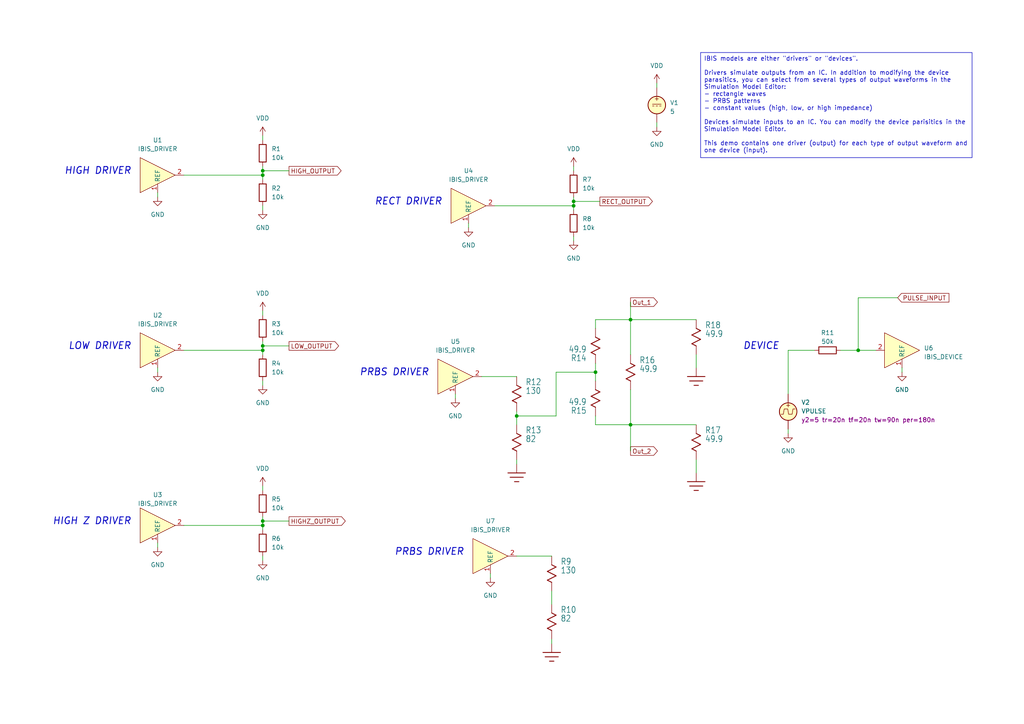
<source format=kicad_sch>
(kicad_sch (version 20231120) (generator "eeschema") (generator_version "8.0")
  (paper "A4")
  (title_block (title "KiCad IBIS Demo"))
  (lib_symbols
    (symbol "Device:R" (pin_numbers hide) (pin_names (offset 0))
      (property "Reference" "R" (at 2.032 0 90))
      (property "Value" "R" (at 0 0 90))
      (symbol "R_0_1"
        (rectangle (start -1.016 -2.54) (end 1.016 2.54) (stroke (width 0.254)))
      )
      (symbol "R_1_1"
        (pin passive line (at 0 3.81 270) (length 1.27) (name "~") (number "1"))
        (pin passive line (at 0 -3.81 90) (length 1.27) (name "~") (number "2"))
      )
    )
    (symbol "IBIS_DRIVER_1"
      (property "Reference" "U?" (at 0 8.89 0))
      (property "Value" "IBIS_DRIVER" (at 0 6.35 0))
      (symbol "IBIS_DRIVER_1_0_1"
        (polyline (pts (xy 5.08 0) (xy -5.08 5.08) (xy -5.08 -5.08) (xy 5.08 0)) (fill (type background)))
      )
      (symbol "IBIS_DRIVER_1_1_1"
        (pin power_in line (at 0 -5.08 90) (length 2.54) (name "REF") (number "1"))
        (pin bidirectional line (at 7.62 0 180) (length 2.54) (name "") (number "2"))
      )
    )
    (symbol "Simulation_SPICE:IBIS_DEVICE"
      (property "Reference" "U?" (at 6.35 0.635 0))
      (property "Value" "IBIS_DEVICE" (at 6.35 -1.905 0))
      (symbol "IBIS_DEVICE_0_1"
        (polyline (pts (xy 5.08 0) (xy -5.08 5.08) (xy -5.08 -5.08) (xy 5.08 0)) (fill (type background)))
      )
      (symbol "IBIS_DEVICE_1_1"
        (pin power_in line (at 0 -5.08 90) (length 2.54) (name "REF") (number "1"))
        (pin input line (at -7.62 0 0) (length 2.54) (name "") (number "2"))
      )
    )
    (symbol "TDR1-eagle-import:GND" (power)
      (symbol "GND_1_0"
        (polyline (pts (xy -2.54 -2.54) (xy 2.54 -2.54)) (stroke (width 0.254)))
        (polyline (pts (xy -1.905 -3.81) (xy 1.905 -3.81)) (stroke (width 0.254)))
        (polyline (pts (xy -0.635 -5.08) (xy 0.635 -5.08)) (stroke (width 0.254)))
        (pin power_in line (at 0 0 270) (length 2.54) (name "GND") (number "1"))
      )
    )
    (symbol "TDR1-eagle-import:R0603"
      (property "Reference" "R" (at 2.54 2.54 0))
      (symbol "R0603_1_0"
        (polyline (pts (xy -1.27 -1.905) (xy 0 -2.54)) (stroke (width 0.254)))
        (polyline (pts (xy -1.27 0.635) (xy 1.27 -0.635)) (stroke (width 0.254)))
        (polyline (pts (xy 0 2.54) (xy 1.27 1.905)) (stroke (width 0.254)))
        (polyline (pts (xy 1.27 -0.635) (xy -1.27 -1.905)) (stroke (width 0.254)))
        (polyline (pts (xy 1.27 1.905) (xy -1.27 0.635)) (stroke (width 0.254)))
        (pin bidirectional line (at 0 5.08 270) (length 2.54) (name "P$3") (number "P$1"))
        (pin bidirectional line (at 0 -5.08 90) (length 2.54) (name "P$4") (number "P$2"))
      )
    )
    (symbol "VDC_1" (pin_numbers hide) (pin_names (offset 0.0254))
      (property "Reference" "V" (at 2.54 2.54 0))
      (property "Value" "1" (at 2.54 0 0))
      (symbol "VDC_1_0_0"
        (polyline (pts (xy -1.27 0.254) (xy 1.27 0.254)))
        (polyline (pts (xy -0.762 -0.254) (xy -1.27 -0.254)))
        (polyline (pts (xy 0.254 -0.254) (xy -0.254 -0.254)))
        (polyline (pts (xy 1.27 -0.254) (xy 0.762 -0.254)))
        (text "+" (at 0 1.905 0) (effects (font (size 1.27 1.27))))
      )
      (symbol "VDC_1_0_1"
        (circle (center 0 0) (radius 2.54) (stroke (width 0.254)) (fill (type background)))
      )
      (symbol "VDC_1_1_1"
        (pin passive line (at 0 5.08 270) (length 2.54) (name "~") (number "1"))
        (pin passive line (at 0 -5.08 90) (length 2.54) (name "~") (number "2"))
      )
    )
    (symbol "VPULSE_1" (pin_numbers hide) (pin_names (offset 0.0254))
      (property "Reference" "V" (at 2.54 2.54 0))
      (property "Value" "VPULSE" (at 2.54 0 0))
      (property "Sim.Params" "y1=0 y2=1 td=2n tr=2n tf=2n tw=50n per=100n" (at 2.54 -2.54 0))
      (symbol "VPULSE_1_0_0"
        (polyline (pts (xy -2.032 -0.762) (xy -1.397 -0.762) (xy -1.143 0.762) (xy -0.127 0.762) (xy 0.127 -0.762) (xy 1.143 -0.762) (xy 1.397 0.762) (xy 2.032 0.762)))
        (text "+" (at 0 1.905 0) (effects (font (size 1.27 1.27))))
      )
      (symbol "VPULSE_1_0_1"
        (circle (center 0 0) (radius 2.54) (stroke (width 0.254)) (fill (type background)))
      )
      (symbol "VPULSE_1_1_1"
        (pin passive line (at 0 5.08 270) (length 2.54) (name "~") (number "1"))
        (pin passive line (at 0 -5.08 90) (length 2.54) (name "~") (number "2"))
      )
    )
    (symbol "power:GND" (power) (pin_names (offset 0))
      (property "Value" "GND" (at 0 -3.81 0))
      (symbol "GND_0_1"
        (polyline (pts (xy 0 0) (xy 0 -1.27) (xy 1.27 -1.27) (xy 0 -2.54) (xy -1.27 -1.27) (xy 0 -1.27)))
      )
      (symbol "GND_1_1"
        (pin power_in line (at 0 0 270) (length 0) hide (name "GND") (number "1"))
      )
    )
    (symbol "power:VDD" (power) (pin_names (offset 0))
      (property "Value" "VDD" (at 0 3.81 0))
      (symbol "VDD_0_1"
        (polyline (pts (xy -0.762 1.27) (xy 0 2.54)))
        (polyline (pts (xy 0 0) (xy 0 2.54)))
        (polyline (pts (xy 0 2.54) (xy 0.762 1.27)))
      )
      (symbol "VDD_1_1"
        (pin power_in line (at 0 0 90) (length 0) hide (name "VDD") (number "1"))
      )
    )
  )
  (junction (at 76.2 151.13))
  (junction (at 182.88 92.71))
  (junction (at 166.37 58.42))
  (junction (at 172.72 107.95))
  (junction (at 76.2 100.33))
  (junction (at 166.37 59.69))
  (junction (at 76.2 152.4))
  (junction (at 76.2 49.53))
  (junction (at 76.2 50.8))
  (junction (at 248.92 101.6))
  (junction (at 76.2 101.6))
  (junction (at 149.86 120.65))
  (junction (at 182.88 123.19))
  (wire (pts (xy 135.89 64.77) (xy 135.89 66.04)))
  (wire (pts (xy 166.37 58.42) (xy 173.99 58.42)))
  (wire (pts (xy 45.72 55.88) (xy 45.72 57.15)))
  (wire (pts (xy 160.02 185.42) (xy 160.02 186.69)))
  (wire (pts (xy 228.6 101.6) (xy 236.22 101.6)))
  (wire (pts (xy 182.88 123.19) (xy 172.72 123.19)) (stroke (width 0.1524)))
  (wire (pts (xy 260.35 86.36) (xy 248.92 86.36)))
  (wire (pts (xy 139.7 109.22) (xy 149.86 109.22)))
  (wire (pts (xy 243.84 101.6) (xy 248.92 101.6)))
  (wire (pts (xy 76.2 50.8) (xy 76.2 52.07)))
  (wire (pts (xy 76.2 100.33) (xy 83.82 100.33)))
  (wire (pts (xy 76.2 151.13) (xy 83.82 151.13)))
  (wire (pts (xy 166.37 68.58) (xy 166.37 69.85)))
  (wire (pts (xy 76.2 90.17) (xy 76.2 91.44)))
  (wire (pts (xy 160.02 171.45) (xy 160.02 175.26)) (stroke (width 0.1524)))
  (wire (pts (xy 201.93 133.35) (xy 201.93 137.16)))
  (wire (pts (xy 172.72 105.41) (xy 172.72 107.95)) (stroke (width 0.1524)))
  (wire (pts (xy 45.72 106.68) (xy 45.72 107.95)))
  (wire (pts (xy 172.72 123.19) (xy 172.72 120.65)) (stroke (width 0.1524)))
  (wire (pts (xy 228.6 114.3) (xy 228.6 101.6)))
  (wire (pts (xy 182.88 123.19) (xy 201.93 123.19)) (stroke (width 0.1524)))
  (wire (pts (xy 142.24 166.37) (xy 142.24 167.64)))
  (wire (pts (xy 161.29 107.95) (xy 161.29 120.65)) (stroke (width 0.1524)))
  (wire (pts (xy 228.6 125.73) (xy 228.6 124.46)))
  (wire (pts (xy 76.2 99.06) (xy 76.2 100.33)))
  (wire (pts (xy 248.92 101.6) (xy 254 101.6)))
  (wire (pts (xy 132.08 114.3) (xy 132.08 115.57)))
  (wire (pts (xy 149.86 161.29) (xy 160.02 161.29)))
  (wire (pts (xy 76.2 101.6) (xy 76.2 102.87)))
  (wire (pts (xy 76.2 59.69) (xy 76.2 60.96)))
  (wire (pts (xy 45.72 157.48) (xy 45.72 158.75)))
  (wire (pts (xy 172.72 107.95) (xy 161.29 107.95)) (stroke (width 0.1524)))
  (wire (pts (xy 76.2 49.53) (xy 76.2 50.8)))
  (wire (pts (xy 182.88 92.71) (xy 182.88 102.87)) (stroke (width 0.1524)))
  (wire (pts (xy 166.37 58.42) (xy 166.37 59.69)))
  (wire (pts (xy 53.34 101.6) (xy 76.2 101.6)))
  (wire (pts (xy 149.86 133.35) (xy 149.86 134.62)))
  (wire (pts (xy 143.51 59.69) (xy 166.37 59.69)))
  (wire (pts (xy 172.72 107.95) (xy 172.72 110.49)) (stroke (width 0.1524)))
  (wire (pts (xy 149.86 119.38) (xy 149.86 120.65)) (stroke (width 0.1524)))
  (wire (pts (xy 149.86 120.65) (xy 149.86 123.19)) (stroke (width 0.1524)))
  (wire (pts (xy 53.34 50.8) (xy 76.2 50.8)))
  (wire (pts (xy 182.88 123.19) (xy 182.88 130.81)))
  (wire (pts (xy 76.2 140.97) (xy 76.2 142.24)))
  (wire (pts (xy 76.2 48.26) (xy 76.2 49.53)))
  (wire (pts (xy 166.37 57.15) (xy 166.37 58.42)))
  (wire (pts (xy 248.92 86.36) (xy 248.92 101.6)))
  (wire (pts (xy 172.72 95.25) (xy 172.72 92.71)) (stroke (width 0.1524)))
  (wire (pts (xy 182.88 87.63) (xy 182.88 92.71)))
  (wire (pts (xy 190.5 24.13) (xy 190.5 25.4)))
  (wire (pts (xy 166.37 48.26) (xy 166.37 49.53)))
  (wire (pts (xy 76.2 161.29) (xy 76.2 162.56)))
  (wire (pts (xy 201.93 102.87) (xy 201.93 106.68)))
  (wire (pts (xy 76.2 49.53) (xy 83.82 49.53)))
  (wire (pts (xy 172.72 92.71) (xy 182.88 92.71)) (stroke (width 0.1524)))
  (wire (pts (xy 190.5 35.56) (xy 190.5 36.83)))
  (wire (pts (xy 182.88 92.71) (xy 201.93 92.71)) (stroke (width 0.1524)))
  (wire (pts (xy 76.2 151.13) (xy 76.2 152.4)))
  (wire (pts (xy 53.34 152.4) (xy 76.2 152.4)))
  (wire (pts (xy 76.2 110.49) (xy 76.2 111.76)))
  (wire (pts (xy 76.2 149.86) (xy 76.2 151.13)))
  (wire (pts (xy 182.88 113.03) (xy 182.88 123.19)) (stroke (width 0.1524)))
  (wire (pts (xy 149.86 120.65) (xy 161.29 120.65)) (stroke (width 0.1524)))
  (wire (pts (xy 76.2 152.4) (xy 76.2 153.67)))
  (wire (pts (xy 76.2 100.33) (xy 76.2 101.6)))
  (wire (pts (xy 261.62 106.68) (xy 261.62 107.95)))
  (wire (pts (xy 166.37 59.69) (xy 166.37 60.96)))
  (wire (pts (xy 76.2 39.37) (xy 76.2 40.64)))
  (text_box "IBIS models are either \"drivers\" or \"devices\".\n\nDrivers simulate outputs from an IC. In addition to modifying the device parasitics, you can select from several types of output waveforms in the Simulation Model Editor:\n- rectangle waves\n- PRBS patterns\n- constant values (high, low, or high impedance)\n\nDevices simulate inputs to an IC. You can modify the device parisitics in the Simulation Model Editor.\n\nThis demo contains one driver (output) for each type of output waveform and one device (input)." (at 203.2 15.24 0) (size 78.74 30.48) (effects (font (size 1.27 1.27)) (justify left top)))
  (text "RECT DRIVER" (at 128.27 59.69 0) (effects (font (size 2 2) (thickness 0.254) (bold yes) (italic yes)) (justify right bottom)))
  (text "PRBS DRIVER" (at 134.62 161.29 0) (effects (font (size 2 2) (thickness 0.254) (bold yes) (italic yes)) (justify right bottom)))
  (text "HIGH DRIVER" (at 38.1 50.8 0) (effects (font (size 2 2) (thickness 0.254) (bold yes) (italic yes)) (justify right bottom)))
  (text "PRBS DRIVER" (at 124.46 109.22 0) (effects (font (size 2 2) (thickness 0.254) (bold yes) (italic yes)) (justify right bottom)))
  (text "DEVICE" (at 226.06 101.6 0) (effects (font (size 2 2) (thickness 0.254) (bold yes) (italic yes)) (justify right bottom)))
  (text "LOW DRIVER" (at 38.1 101.6 0) (effects (font (size 2 2) (thickness 0.254) (bold yes) (italic yes)) (justify right bottom)))
  (text "HIGH Z DRIVER" (at 38.1 152.4 0) (effects (font (size 2 2) (thickness 0.254) (bold yes) (italic yes)) (justify right bottom)))
  (global_label "Out_2" (shape output) (at 182.88 130.81 0) (property "Intersheetrefs" "${INTERSHEET_REFS}" (effects (hide yes))))
  (global_label "PULSE_INPUT" (shape input) (at 260.35 86.36 0) (property "Intersheetrefs" "${INTERSHEET_REFS}" (effects (hide yes))))
  (global_label "LOW_OUTPUT" (shape output) (at 83.82 100.33 0) (property "Intersheetrefs" "${INTERSHEET_REFS}" (effects (hide yes))))
  (global_label "RECT_OUTPUT" (shape output) (at 173.99 58.42 0) (property "Intersheetrefs" "${INTERSHEET_REFS}" (effects (hide yes))))
  (global_label "Out_1" (shape output) (at 182.88 87.63 0) (property "Intersheetrefs" "${INTERSHEET_REFS}" (effects (hide yes))))
  (global_label "HIGHZ_OUTPUT" (shape output) (at 83.82 151.13 0) (property "Intersheetrefs" "${INTERSHEET_REFS}" (effects (hide yes))))
  (global_label "HIGH_OUTPUT" (shape output) (at 83.82 49.53 0) (property "Intersheetrefs" "${INTERSHEET_REFS}" (effects (hide yes))))
  (symbol (lib_id "Device:R") (at 166.37 53.34 0) (unit 1)
    (property "Reference" "R7" (at 168.91 52.07 0) (effects (justify left)))
    (property "Value" "10k" (at 168.91 54.61 0) (effects (justify left)))
  )
  (symbol (lib_name "IBIS_DRIVER_1") (lib_id "Simulation_SPICE:IBIS_DRIVER") (at 135.89 59.69 0) (unit 1)
    (property "Reference" "U4" (at 135.89 49.53 0))
    (property "Value" "IBIS_DRIVER" (at 135.89 52.07 0))
    (property "Datasheet" "https://ibis.org" (effects (hide yes)))
    (property "Sim.Device" "IBIS" (effects (hide yes)))
    (property "Sim.Type" "RECTDRIVER" (effects (hide yes)))
    (property "Sim.Pins" "1=GND 2=IN/OUT" (effects (hide yes)))
    (property "Sim.Name" "Virtual" (effects (hide yes)))
    (property "Sim.Library" "ibis_v1_1.ibs" (effects (hide yes)))
    (property "Sim.Ibis.Pin" "4" (effects (hide yes)))
    (property "Sim.Ibis.Model" "Output" (effects (hide yes)))
    (property "Sim.Params" "ton=100n toff=100n td=0 n=50" (effects (hide yes)))
  )
  (symbol (lib_id "TDR1-eagle-import:GND") (at 149.86 134.62 0) (unit 1)
    (property "Reference" "#U$01" (effects (hide yes)))
    (property "Value" "GND" (effects (hide yes)))
  )
  (symbol (lib_id "Device:R") (at 76.2 44.45 0) (unit 1)
    (property "Reference" "R1" (at 78.74 43.18 0) (effects (justify left)))
    (property "Value" "10k" (at 78.74 45.72 0) (effects (justify left)))
  )
  (symbol (lib_id "TDR1-eagle-import:R0603") (at 182.88 107.95 0) (unit 1)
    (property "Reference" "R16" (at 185.42 105.41 0) (effects (font (size 1.778 1.5113)) (justify left bottom)))
    (property "Value" "49.9" (at 185.42 107.95 0) (effects (font (size 1.778 1.5113)) (justify left bottom)))
    (property "Footprint" "TDR1:R0603" (effects (hide yes)))
    (property "LCSC Part #" "C304761" (effects (hide yes)))
  )
  (symbol (lib_id "TDR1-eagle-import:R0603") (at 172.72 100.33 180) (unit 1)
    (property "Reference" "R14" (at 170.18 102.87 0) (effects (font (size 1.778 1.5113)) (justify left bottom)))
    (property "Value" "49.9" (at 170.18 100.33 0) (effects (font (size 1.778 1.5113)) (justify left bottom)))
    (property "Footprint" "TDR1:R0603" (effects (hide yes)))
    (property "LCSC Part #" "C304761" (effects (hide yes)))
  )
  (symbol (lib_id "power:VDD") (at 76.2 39.37 0) (unit 1)
    (property "Reference" "#PWR04" (effects (hide yes)))
    (property "Value" "VDD" (at 76.2 34.29 0))
  )
  (symbol (lib_id "power:VDD") (at 76.2 90.17 0) (unit 1)
    (property "Reference" "#PWR05" (effects (hide yes)))
    (property "Value" "VDD" (at 76.2 85.09 0))
  )
  (symbol (lib_id "power:GND") (at 261.62 107.95 0) (unit 1)
    (property "Reference" "#PWR0111" (effects (hide yes)))
    (property "Value" "GND" (at 261.62 113.03 0))
  )
  (symbol (lib_id "Device:R") (at 76.2 55.88 0) (unit 1)
    (property "Reference" "R2" (at 78.74 54.61 0) (effects (justify left)))
    (property "Value" "10k" (at 78.74 57.15 0) (effects (justify left)))
  )
  (symbol (lib_id "TDR1-eagle-import:GND") (at 201.93 137.16 0) (unit 1)
    (property "Reference" "#U$02" (effects (hide yes)))
    (property "Value" "GND" (effects (hide yes)))
  )
  (symbol (lib_id "TDR1-eagle-import:R0603") (at 201.93 97.79 0) (unit 1) (in_bom no) (on_board no)
    (property "Reference" "R18" (at 204.47 95.25 0) (effects (font (size 1.778 1.5113)) (justify left bottom)))
    (property "Value" "49.9" (at 204.47 97.79 0) (effects (font (size 1.778 1.5113)) (justify left bottom)))
    (property "Footprint" "TDR1:R0603" (effects (hide yes)))
    (property "LCSC Part #" "C304761" (effects (hide yes)))
  )
  (symbol (lib_name "IBIS_DRIVER_1") (lib_id "Simulation_SPICE:IBIS_DRIVER") (at 45.72 152.4 0) (unit 1)
    (property "Reference" "U3" (at 45.72 143.51 0))
    (property "Value" "IBIS_DRIVER" (at 45.72 146.05 0))
    (property "Datasheet" "https://ibis.org" (effects (hide yes)))
    (property "Sim.Name" "Virtual" (effects (hide yes)))
    (property "Sim.Library" "ibis_v1_1.ibs" (effects (hide yes)))
    (property "Sim.Ibis.Pin" "4" (effects (hide yes)))
    (property "Sim.Ibis.Model" "Output" (effects (hide yes)))
    (property "Sim.Device" "IBIS" (effects (hide yes)))
    (property "Sim.Type" "DCDRIVER" (effects (hide yes)))
    (property "Sim.Pins" "1=GND 2=IN/OUT" (effects (hide yes)))
  )
  (symbol (lib_id "TDR1-eagle-import:GND") (at 160.02 186.69 0) (unit 1)
    (property "Reference" "#U$04" (effects (hide yes)))
    (property "Value" "GND" (effects (hide yes)))
  )
  (symbol (lib_id "power:GND") (at 45.72 107.95 0) (unit 1)
    (property "Reference" "#PWR0105" (effects (hide yes)))
    (property "Value" "GND" (at 45.72 113.03 0))
  )
  (symbol (lib_id "power:GND") (at 190.5 36.83 0) (unit 1)
    (property "Reference" "#PWR02" (effects (hide yes)))
    (property "Value" "GND" (at 190.5 41.91 0))
  )
  (symbol (lib_id "power:VDD") (at 76.2 140.97 0) (unit 1)
    (property "Reference" "#PWR06" (effects (hide yes)))
    (property "Value" "VDD" (at 76.2 135.89 0))
  )
  (symbol (lib_id "Device:R") (at 76.2 95.25 0) (unit 1)
    (property "Reference" "R3" (at 78.74 93.98 0) (effects (justify left)))
    (property "Value" "10k" (at 78.74 96.52 0) (effects (justify left)))
  )
  (symbol (lib_name "IBIS_DRIVER_1") (lib_id "Simulation_SPICE:IBIS_DRIVER") (at 132.08 109.22 0) (unit 1)
    (property "Reference" "U5" (at 132.08 99.06 0))
    (property "Value" "IBIS_DRIVER" (at 132.08 101.6 0))
    (property "Datasheet" "https://ibis.org" (effects (hide yes)))
    (property "Sim.Name" "LVC2G14_YZA" (effects (hide yes)))
    (property "Sim.Library" "C:\\Users\\RWache\\OneDrive - Rockwell Automation, Inc\\Mrf data\\model\\sn74lvc2g14.ibs" (effects (hide yes)))
    (property "Sim.Ibis.Pin" "6" (effects (hide yes)))
    (property "Sim.Ibis.Model" "LVC2G14_OUT_18" (effects (hide yes)))
    (property "Sim.Device" "IBIS" (effects (hide yes)))
    (property "Sim.Type" "RECTDRIVER" (effects (hide yes)))
    (property "Sim.Pins" "1=GND 2=IN/OUT" (effects (hide yes)))
    (property "Sim.Params" "ton=1u toff=1u n=20" (effects (hide yes)))
  )
  (symbol (lib_id "power:GND") (at 45.72 57.15 0) (unit 1)
    (property "Reference" "#PWR0102" (effects (hide yes)))
    (property "Value" "GND" (at 45.72 62.23 0))
  )
  (symbol (lib_id "power:GND") (at 142.24 167.64 0) (unit 1)
    (property "Reference" "#PWR07" (effects (hide yes)))
    (property "Value" "GND" (at 142.24 172.72 0))
  )
  (symbol (lib_id "Device:R") (at 240.03 101.6 90) (unit 1)
    (property "Reference" "R11" (at 240.03 96.52 90))
    (property "Value" "50k" (at 240.03 99.06 90))
  )
  (symbol (lib_id "TDR1-eagle-import:R0603") (at 201.93 128.27 0) (unit 1) (in_bom no) (on_board no)
    (property "Reference" "R17" (at 204.47 125.73 0) (effects (font (size 1.778 1.5113)) (justify left bottom)))
    (property "Value" "49.9" (at 204.47 128.27 0) (effects (font (size 1.778 1.5113)) (justify left bottom)))
    (property "Footprint" "TDR1:R0603" (effects (hide yes)))
    (property "LCSC Part #" "C304761" (effects (hide yes)))
  )
  (symbol (lib_id "TDR1-eagle-import:GND") (at 201.93 106.68 0) (unit 1)
    (property "Reference" "#U$03" (effects (hide yes)))
    (property "Value" "GND" (effects (hide yes)))
  )
  (symbol (lib_id "power:GND") (at 76.2 162.56 0) (unit 1)
    (property "Reference" "#PWR0106" (effects (hide yes)))
    (property "Value" "GND" (at 76.2 167.64 0))
  )
  (symbol (lib_id "Simulation_SPICE:IBIS_DEVICE") (at 261.62 101.6 0) (unit 1)
    (property "Reference" "U6" (at 267.97 100.965 0) (effects (justify left)))
    (property "Value" "IBIS_DEVICE" (at 267.97 103.505 0) (effects (justify left)))
    (property "Datasheet" "https://ibis.org" (effects (hide yes)))
    (property "Sim.Name" "Virtual" (effects (hide yes)))
    (property "Sim.Library" "ibis_v1_1.ibs" (effects (hide yes)))
    (property "Sim.Ibis.Pin" "3" (effects (hide yes)))
    (property "Sim.Ibis.Model" "Input" (effects (hide yes)))
    (property "Sim.Device" "IBIS" (effects (hide yes)))
    (property "Sim.Type" "DEVICE" (effects (hide yes)))
    (property "Sim.Pins" "1=GND 2=IN/OUT" (effects (hide yes)))
  )
  (symbol (lib_id "TDR1-eagle-import:R0603") (at 172.72 115.57 180) (unit 1)
    (property "Reference" "R15" (at 170.18 118.11 0) (effects (font (size 1.778 1.5113)) (justify left bottom)))
    (property "Value" "49.9" (at 170.18 115.57 0) (effects (font (size 1.778 1.5113)) (justify left bottom)))
    (property "Footprint" "TDR1:R0603" (effects (hide yes)))
    (property "LCSC Part #" "C304761" (effects (hide yes)))
  )
  (symbol (lib_id "power:GND") (at 166.37 69.85 0) (unit 1)
    (property "Reference" "#PWR0110" (effects (hide yes)))
    (property "Value" "GND" (at 166.37 74.93 0))
  )
  (symbol (lib_id "Device:R") (at 166.37 64.77 0) (unit 1)
    (property "Reference" "R8" (at 168.91 63.5 0) (effects (justify left)))
    (property "Value" "10k" (at 168.91 66.04 0) (effects (justify left)))
  )
  (symbol (lib_name "VDC_1") (lib_id "Simulation_SPICE:VDC") (at 190.5 30.48 0) (unit 1)
    (property "Reference" "V1" (at 194.31 29.8092 0) (effects (justify left)))
    (property "Value" "5" (at 194.31 32.3492 0) (effects (justify left)))
    (property "Sim.Pins" "1=+ 2=-" (effects (hide yes)))
    (property "Sim.Type" "DC" (effects (hide yes)))
    (property "Sim.Device" "V" (effects (hide yes)))
  )
  (symbol (lib_id "Device:R") (at 76.2 157.48 0) (unit 1)
    (property "Reference" "R6" (at 78.74 156.21 0) (effects (justify left)))
    (property "Value" "10k" (at 78.74 158.75 0) (effects (justify left)))
  )
  (symbol (lib_name "IBIS_DRIVER_1") (lib_id "Simulation_SPICE:IBIS_DRIVER") (at 142.24 161.29 0) (unit 1)
    (property "Reference" "U7" (at 142.24 151.13 0))
    (property "Value" "IBIS_DRIVER" (at 142.24 153.67 0))
    (property "Datasheet" "https://ibis.org" (effects (hide yes)))
    (property "Sim.Name" "Virtual" (effects (hide yes)))
    (property "Sim.Library" "ibis_v1_1.ibs" (effects (hide yes)))
    (property "Sim.Ibis.Pin" "4" (effects (hide yes)))
    (property "Sim.Ibis.Model" "Output" (effects (hide yes)))
    (property "Sim.Device" "IBIS" (effects (hide yes)))
    (property "Sim.Type" "RECTDRIVER" (effects (hide yes)))
    (property "Sim.Pins" "1=GND 2=IN/OUT" (effects (hide yes)))
    (property "Sim.Params" "ton=1u toff=1u n=20" (effects (hide yes)))
  )
  (symbol (lib_id "power:GND") (at 45.72 158.75 0) (unit 1)
    (property "Reference" "#PWR0101" (effects (hide yes)))
    (property "Value" "GND" (at 45.72 163.83 0))
  )
  (symbol (lib_name "VPULSE_1") (lib_id "Simulation_SPICE:VPULSE") (at 228.6 119.38 0) (unit 1)
    (property "Reference" "V2" (at 232.41 116.7102 0) (effects (justify left)))
    (property "Value" "VPULSE" (at 232.41 119.2502 0) (effects (justify left)))
    (property "Sim.Pins" "1=+ 2=-" (effects (hide yes)))
    (property "Sim.Type" "PULSE" (effects (hide yes)))
    (property "Sim.Device" "V" (effects (hide yes)))
    (property "Sim.Params" "y2=5 tr=20n tf=20n tw=90n per=180n" (at 232.41 121.7902 0) (effects (justify left)))
  )
  (symbol (lib_id "Device:R") (at 76.2 106.68 0) (unit 1)
    (property "Reference" "R4" (at 78.74 105.41 0) (effects (justify left)))
    (property "Value" "10k" (at 78.74 107.95 0) (effects (justify left)))
  )
  (symbol (lib_id "power:VDD") (at 190.5 24.13 0) (unit 1)
    (property "Reference" "#PWR01" (effects (hide yes)))
    (property "Value" "VDD" (at 190.5 19.05 0))
  )
  (symbol (lib_id "TDR1-eagle-import:R0603") (at 149.86 128.27 0) (unit 1)
    (property "Reference" "R13" (at 152.4 125.73 0) (effects (font (size 1.778 1.5113)) (justify left bottom)))
    (property "Value" "82" (at 152.4 128.27 0) (effects (font (size 1.778 1.5113)) (justify left bottom)))
    (property "Footprint" "TDR1:R0603" (effects (hide yes)))
    (property "LCSC Part #" "C322011" (effects (hide yes)))
  )
  (symbol (lib_id "power:GND") (at 228.6 125.73 0) (unit 1)
    (property "Reference" "#PWR0112" (effects (hide yes)))
    (property "Value" "GND" (at 228.6 130.81 0))
  )
  (symbol (lib_id "power:VDD") (at 166.37 48.26 0) (unit 1)
    (property "Reference" "#PWR03" (effects (hide yes)))
    (property "Value" "VDD" (at 166.37 43.18 0))
  )
  (symbol (lib_id "power:GND") (at 76.2 60.96 0) (unit 1)
    (property "Reference" "#PWR0103" (effects (hide yes)))
    (property "Value" "GND" (at 76.2 66.04 0))
  )
  (symbol (lib_id "power:GND") (at 135.89 66.04 0) (unit 1)
    (property "Reference" "#PWR0107" (effects (hide yes)))
    (property "Value" "GND" (at 135.89 71.12 0))
  )
  (symbol (lib_id "TDR1-eagle-import:R0603") (at 160.02 180.34 0) (unit 1)
    (property "Reference" "R10" (at 162.56 177.8 0) (effects (font (size 1.778 1.5113)) (justify left bottom)))
    (property "Value" "82" (at 162.56 180.34 0) (effects (font (size 1.778 1.5113)) (justify left bottom)))
    (property "Footprint" "TDR1:R0603" (effects (hide yes)))
    (property "LCSC Part #" "C322011" (effects (hide yes)))
  )
  (symbol (lib_id "TDR1-eagle-import:R0603") (at 149.86 114.3 0) (unit 1)
    (property "Reference" "R12" (at 152.4 111.76 0) (effects (font (size 1.778 1.5113)) (justify left bottom)))
    (property "Value" "130" (at 152.4 114.3 0) (effects (font (size 1.778 1.5113)) (justify left bottom)))
    (property "Footprint" "TDR1:R0603" (effects (hide yes)))
    (property "LCSC Part #" "C304699" (effects (hide yes)))
  )
  (symbol (lib_name "IBIS_DRIVER_1") (lib_id "Simulation_SPICE:IBIS_DRIVER") (at 45.72 50.8 0) (unit 1)
    (property "Reference" "U1" (at 45.72 40.64 0))
    (property "Value" "IBIS_DRIVER" (at 45.72 43.18 0))
    (property "Datasheet" "https://ibis.org" (effects (hide yes)))
    (property "Sim.Name" "Virtual" (effects (hide yes)))
    (property "Sim.Library" "ibis_v1_1.ibs" (effects (hide yes)))
    (property "Sim.Ibis.Pin" "4" (effects (hide yes)))
    (property "Sim.Ibis.Model" "Output" (effects (hide yes)))
    (property "Sim.Device" "IBIS" (effects (hide yes)))
    (property "Sim.Type" "DCDRIVER" (effects (hide yes)))
    (property "Sim.Pins" "1=GND 2=IN/OUT" (effects (hide yes)))
    (property "Sim.Params" "dc=high" (effects (hide yes)))
  )
  (symbol (lib_id "power:GND") (at 76.2 111.76 0) (unit 1)
    (property "Reference" "#PWR0104" (effects (hide yes)))
    (property "Value" "GND" (at 76.2 116.84 0))
  )
  (symbol (lib_id "Device:R") (at 76.2 146.05 0) (unit 1)
    (property "Reference" "R5" (at 78.74 144.78 0) (effects (justify left)))
    (property "Value" "10k" (at 78.74 147.32 0) (effects (justify left)))
  )
  (symbol (lib_name "IBIS_DRIVER_1") (lib_id "Simulation_SPICE:IBIS_DRIVER") (at 45.72 101.6 0) (unit 1)
    (property "Reference" "U2" (at 45.72 91.44 0))
    (property "Value" "IBIS_DRIVER" (at 45.72 93.98 0))
    (property "Datasheet" "https://ibis.org" (effects (hide yes)))
    (property "Sim.Name" "Virtual" (effects (hide yes)))
    (property "Sim.Library" "ibis_v1_1.ibs" (effects (hide yes)))
    (property "Sim.Ibis.Pin" "4" (effects (hide yes)))
    (property "Sim.Ibis.Model" "Output" (effects (hide yes)))
    (property "Sim.Device" "IBIS" (effects (hide yes)))
    (property "Sim.Type" "DCDRIVER" (effects (hide yes)))
    (property "Sim.Pins" "1=GND 2=IN/OUT" (effects (hide yes)))
    (property "Sim.Params" "dc=low" (effects (hide yes)))
  )
  (symbol (lib_id "power:GND") (at 132.08 115.57 0) (unit 1)
    (property "Reference" "#PWR0109" (effects (hide yes)))
    (property "Value" "GND" (at 132.08 120.65 0))
  )
  (symbol (lib_id "TDR1-eagle-import:R0603") (at 160.02 166.37 0) (unit 1)
    (property "Reference" "R9" (at 162.56 163.83 0) (effects (font (size 1.778 1.5113)) (justify left bottom)))
    (property "Value" "130" (at 162.56 166.37 0) (effects (font (size 1.778 1.5113)) (justify left bottom)))
    (property "Footprint" "TDR1:R0603" (effects (hide yes)))
    (property "LCSC Part #" "C304699" (effects (hide yes)))
  )
)
</source>
